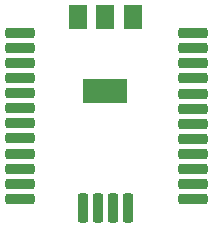
<source format=gbr>
%TF.GenerationSoftware,KiCad,Pcbnew,7.0.10*%
%TF.CreationDate,2024-05-20T02:41:19+05:30*%
%TF.ProjectId,nico-ch32v003-v1,6e69636f-2d63-4683-9332-763030332d76,rev?*%
%TF.SameCoordinates,Original*%
%TF.FileFunction,Soldermask,Bot*%
%TF.FilePolarity,Negative*%
%FSLAX46Y46*%
G04 Gerber Fmt 4.6, Leading zero omitted, Abs format (unit mm)*
G04 Created by KiCad (PCBNEW 7.0.10) date 2024-05-20 02:41:19*
%MOMM*%
%LPD*%
G01*
G04 APERTURE LIST*
G04 Aperture macros list*
%AMRoundRect*
0 Rectangle with rounded corners*
0 $1 Rounding radius*
0 $2 $3 $4 $5 $6 $7 $8 $9 X,Y pos of 4 corners*
0 Add a 4 corners polygon primitive as box body*
4,1,4,$2,$3,$4,$5,$6,$7,$8,$9,$2,$3,0*
0 Add four circle primitives for the rounded corners*
1,1,$1+$1,$2,$3*
1,1,$1+$1,$4,$5*
1,1,$1+$1,$6,$7*
1,1,$1+$1,$8,$9*
0 Add four rect primitives between the rounded corners*
20,1,$1+$1,$2,$3,$4,$5,0*
20,1,$1+$1,$4,$5,$6,$7,0*
20,1,$1+$1,$6,$7,$8,$9,0*
20,1,$1+$1,$8,$9,$2,$3,0*%
G04 Aperture macros list end*
%ADD10R,1.500000X2.000000*%
%ADD11R,3.800000X2.000000*%
%ADD12RoundRect,0.225000X-0.225000X1.025000X-0.225000X-1.025000X0.225000X-1.025000X0.225000X1.025000X0*%
%ADD13RoundRect,0.225000X1.025000X0.225000X-1.025000X0.225000X-1.025000X-0.225000X1.025000X-0.225000X0*%
%ADD14RoundRect,0.225000X-1.025000X-0.225000X1.025000X-0.225000X1.025000X0.225000X-1.025000X0.225000X0*%
G04 APERTURE END LIST*
D10*
%TO.C,U2*%
X98636800Y-60376800D03*
X100936800Y-60376800D03*
D11*
X100936800Y-66676800D03*
D10*
X103236800Y-60376800D03*
%TD*%
D12*
%TO.C,J4*%
X102880000Y-76550000D03*
X101610000Y-76550000D03*
X100340000Y-76550000D03*
X99070000Y-76550000D03*
%TD*%
D13*
%TO.C,J3*%
X93706000Y-75820000D03*
X93686000Y-74510000D03*
X93686000Y-73240000D03*
X93686000Y-71970000D03*
X93716000Y-70660000D03*
X93716000Y-69390000D03*
X93716000Y-68120000D03*
X93716000Y-66850000D03*
X93716000Y-65580000D03*
X93716000Y-64310000D03*
X93716000Y-63040000D03*
X93716000Y-61770000D03*
%TD*%
D14*
%TO.C,J2*%
X108336000Y-61720000D03*
X108356000Y-63030000D03*
X108356000Y-64300000D03*
X108356000Y-65570000D03*
X108326000Y-66880000D03*
X108326000Y-68150000D03*
X108326000Y-69420000D03*
X108326000Y-70690000D03*
X108326000Y-71960000D03*
X108326000Y-73230000D03*
X108326000Y-74500000D03*
X108326000Y-75770000D03*
%TD*%
M02*

</source>
